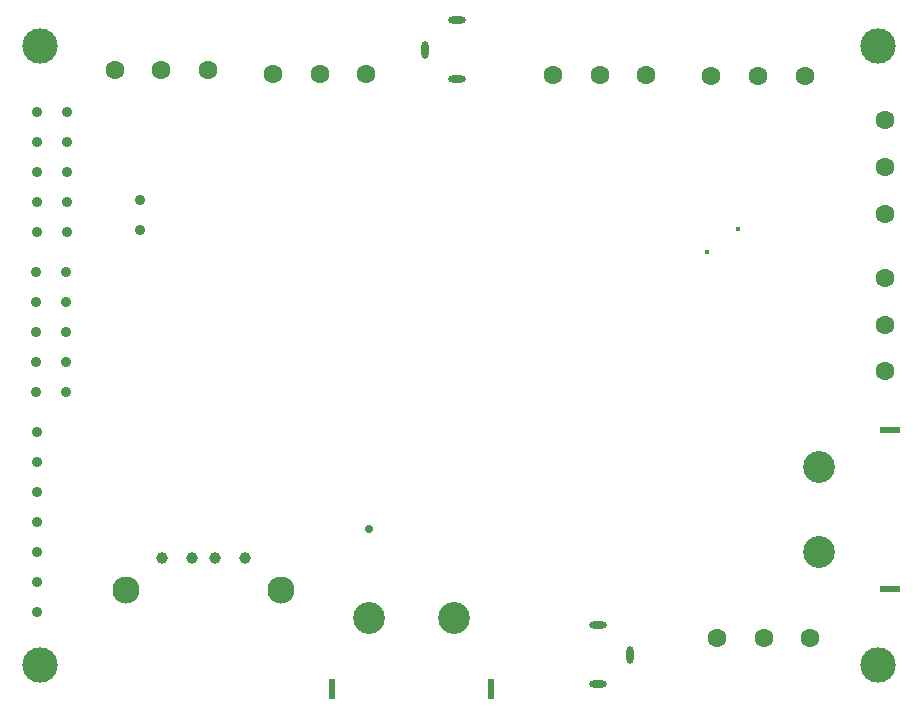
<source format=gbr>
%TF.GenerationSoftware,Altium Limited,Altium Designer,22.5.1 (42)*%
G04 Layer_Color=0*
%FSLAX44Y44*%
%MOMM*%
%TF.SameCoordinates,01627914-4FCA-44A5-8146-F6A238B5A28C*%
%TF.FilePolarity,Positive*%
%TF.FileFunction,Plated,1,4,PTH,Drill*%
%TF.Part,Single*%
G01*
G75*
%TA.AperFunction,ComponentDrill*%
%ADD112C,3.0000*%
%ADD113C,0.9000*%
%ADD114C,1.6000*%
%ADD115C,1.6000*%
%ADD116C,1.0000*%
%ADD117C,2.3000*%
%ADD118C,2.7000*%
%ADD119R,0.6000X1.7000*%
%ADD120O,0.6000X1.5000*%
%ADD121O,1.5000X0.6000*%
%ADD122C,2.7000*%
%ADD123R,1.7000X0.6000*%
%TA.AperFunction,ViaDrill,NotFilled*%
%ADD124C,0.4000*%
%ADD125C,0.7112*%
D112*
X355000Y-262000D02*
D03*
X-355000Y262000D02*
D03*
Y-262000D02*
D03*
X355000Y262000D02*
D03*
D113*
X-270000Y106300D02*
D03*
Y131700D02*
D03*
X-357000Y-89600D02*
D03*
Y-140400D02*
D03*
Y-216600D02*
D03*
Y-191200D02*
D03*
Y-165800D02*
D03*
X-357000Y-115000D02*
D03*
X-357000Y-64200D02*
D03*
X-357700Y70800D02*
D03*
X-332300D02*
D03*
X-357700Y20000D02*
D03*
X-332300D02*
D03*
X-357700Y-30800D02*
D03*
Y-5400D02*
D03*
X-332300D02*
D03*
Y-30800D02*
D03*
Y45400D02*
D03*
X-357700D02*
D03*
X-357400Y181000D02*
D03*
X-332000D02*
D03*
Y104800D02*
D03*
Y130200D02*
D03*
X-357400D02*
D03*
Y104800D02*
D03*
X-332000Y155600D02*
D03*
X-357400D02*
D03*
X-332000Y206400D02*
D03*
X-357400D02*
D03*
D114*
X361000Y160000D02*
D03*
Y120400D02*
D03*
Y199600D02*
D03*
Y66000D02*
D03*
Y-13200D02*
D03*
Y26400D02*
D03*
D115*
X119000Y238000D02*
D03*
X158600D02*
D03*
X79400D02*
D03*
X213400Y237000D02*
D03*
X292600D02*
D03*
X253000D02*
D03*
X258000Y-239000D02*
D03*
X218400D02*
D03*
X297600D02*
D03*
X-291600Y242000D02*
D03*
X-212400D02*
D03*
X-252000D02*
D03*
X-118000Y239000D02*
D03*
X-78400D02*
D03*
X-157600D02*
D03*
D116*
X-206200Y-171400D02*
D03*
X-181200Y-171400D02*
D03*
X-226200Y-171400D02*
D03*
X-251200D02*
D03*
D117*
X-281900Y-198500D02*
D03*
X-150500D02*
D03*
D118*
X-4000Y-222000D02*
D03*
X-76000D02*
D03*
D119*
X27500Y-282000D02*
D03*
X-107500D02*
D03*
D120*
X145000Y-253000D02*
D03*
X-29000Y259000D02*
D03*
D121*
X118000Y-278000D02*
D03*
Y-228000D02*
D03*
X-2000Y284000D02*
D03*
Y234000D02*
D03*
D122*
X305000Y-94000D02*
D03*
Y-166000D02*
D03*
D123*
X365000Y-62500D02*
D03*
Y-197500D02*
D03*
D124*
X210250Y87750D02*
D03*
X236250Y107000D02*
D03*
D125*
X-76292Y-146833D02*
D03*
%TF.MD5,f4b83b03eb3acf64ee332c533373cf45*%
M02*

</source>
